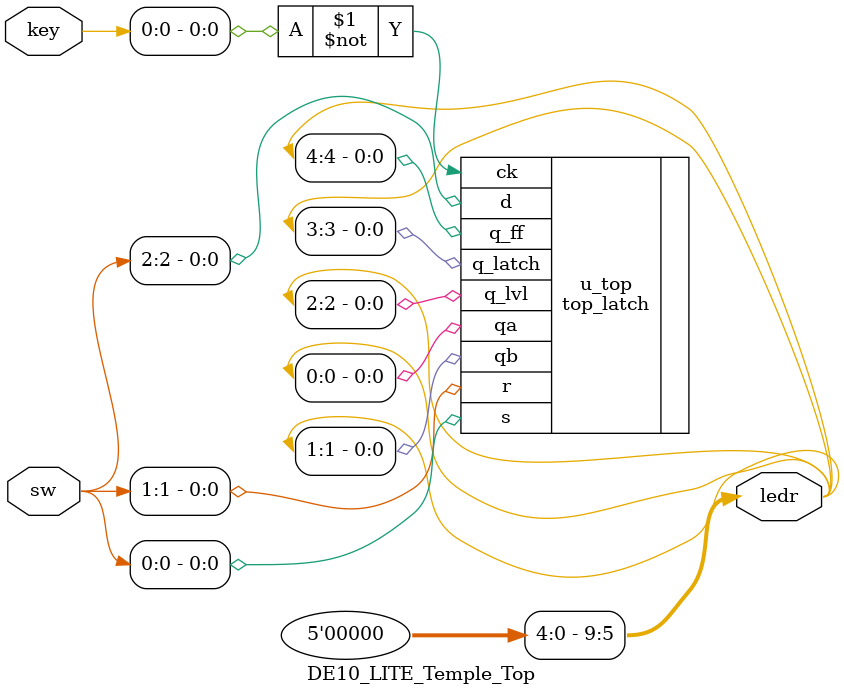
<source format=sv>



`define ENABLE_SW
`define ENABLE_LED
`define ENABLE_KEY

module DE10_LITE_Temple_Top(

	//////////// SDRAM: 3.3-V LVTTL //////////
`ifdef ENABLE_SDRAM
	output		    [12:0]		dram_addr,
	output		     [1:0]		dram_ba,
	output		          		dram_cas_n,
	output		          		dram_cke,
	output		          		dram_clk,
	output		          		dram_cs_n,
	inout 		    [15:0]		dram_dq,
	output		          		dram_ldqm,
	output		          		dram_ras_n,
	output		          		dram_udqm,
	output		          		dram_we_n,
`endif

	//////////// SEG7: 3.3-V LVTTL //////////
`ifdef ENABLE_HEX0
	output		     [7:0]		hex0,
`endif
`ifdef ENABLE_HEX1
	output		     [7:0]		hex1,
`endif
`ifdef ENABLE_HEX2
	output		     [7:0]		hex2,
`endif
`ifdef ENABLE_HEX3
	output		     [7:0]		hex3,
`endif
`ifdef ENABLE_HEX4
	output		     [7:0]		hex4,
`endif
`ifdef ENABLE_HEX5
	output		     [7:0]		hex5,
`endif

	//////////// KEY: 3.3 V SCHMITT TRIGGER //////////
`ifdef ENABLE_KEY
	input 		     [1:0]		key,
`endif

	//////////// LED: 3.3-V LVTTL //////////
`ifdef ENABLE_LED
	output		     [9:0]		ledr,
`endif

	//////////// VGA: 3.3-V LVTTL //////////
`ifdef ENABLE_VGA
	output		     [3:0]		vga_b,
	output		     [3:0]		vga_g,
	output		          		vga_hs,
	output		     [3:0]		vga_r,
	output		          		vga_vs,
`endif

	//////////// Accelerometer: 3.3-V LVTTL //////////
`ifdef ENABLE_ACCELEROMETER
	output		          		gsensor_cs_n,
	input 		     [2:1]		gsensor_int,
	output		          		gsensor_sclk,
	inout 		          		gsensor_sdi,
	inout 		          		gsensor_sdo,
`endif

	//////////// Arduino: 3.3-V LVTTL //////////
`ifdef ENABLE_ARDUINO
	inout 		    [15:0]		arduino_io,
	inout 		          		arduino_reset_n,
`endif

	//////////// GPIO, GPIO connect to GPIO Default: 3.3-V LVTTL //////////
`ifdef ENABLE_GPIO
	inout 		    [35:0]		gpio,
`endif

	//////////// ADC CLOCK: 3.3-V LVTTL //////////
`ifdef ENABLE_ADC_CLOCK
	input 		          		adc_clk_10,
`endif
	//////////// CLOCK 1: 3.3-V LVTTL //////////
`ifdef ENABLE_CLOCK1
	input 		          		max10_clk1_50,
`endif
	//////////// CLOCK 2: 3.3-V LVTTL //////////
`ifdef ENABLE_CLOCK2
	input 		          		max10_clk2_50,
`endif

	//////////// SW: 3.3-V LVTTL //////////
`ifdef ENABLE_SW
//	input 		     [9:0]		sw
	input 		     [2:0]		sw
`endif
);

	// tie unused LED's low
	assign ledr[9:5] = 5'b0;

	// instantiate top level design here
	top_latch u_top (.qa(ledr[0]), .qb(ledr[1]), .q_lvl(ledr[2]), .q_latch(ledr[3]), .q_ff(ledr[4]),
		.s(sw[0]), .r(sw[1]), .d(sw[2]), .ck(~key[0]));

endmodule

</source>
